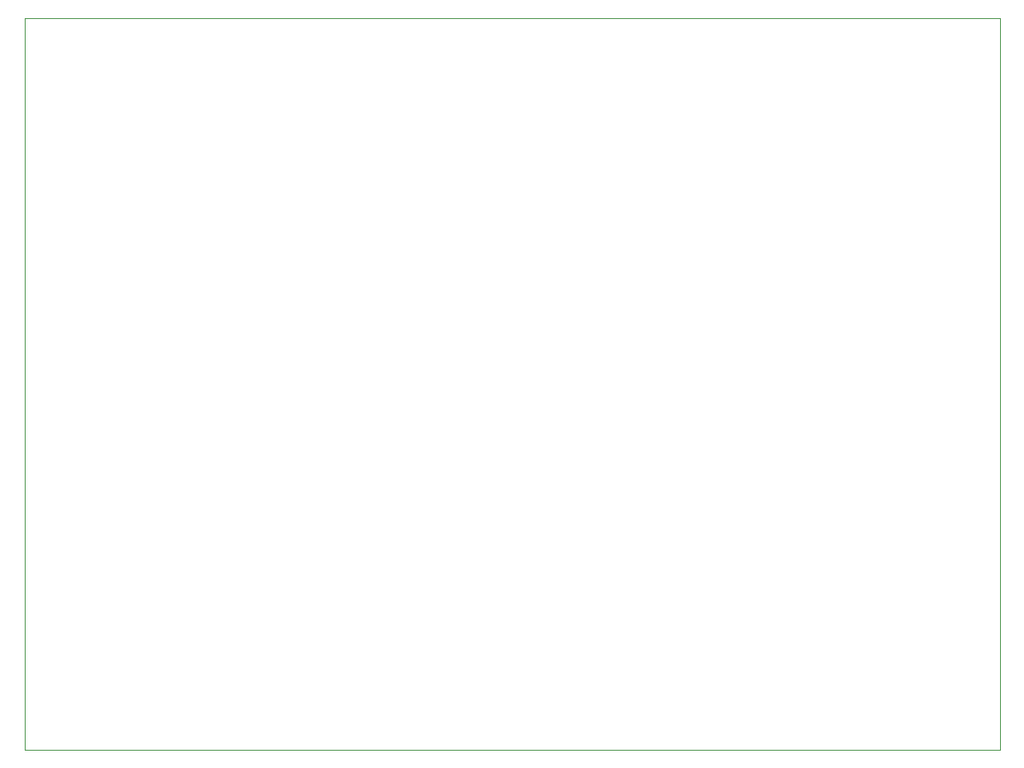
<source format=gko>
G75*
%MOIN*%
%OFA0B0*%
%FSLAX25Y25*%
%IPPOS*%
%LPD*%
%AMOC8*
5,1,8,0,0,1.08239X$1,22.5*
%
%ADD10C,0.00000*%
D10*
X0040870Y0040870D02*
X0434571Y0040870D01*
X0434571Y0336146D01*
X0040870Y0336146D01*
X0040870Y0040870D01*
M02*

</source>
